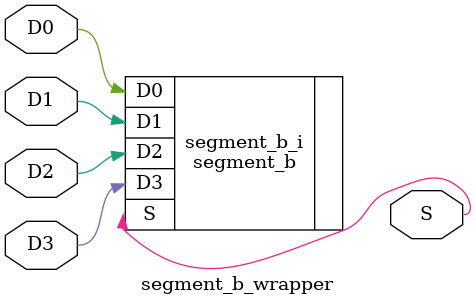
<source format=v>
`timescale 1 ps / 1 ps

module segment_b_wrapper
   (D0,
    D1,
    D2,
    D3,
    S);
  input D0;
  input D1;
  input D2;
  input D3;
  output S;

  wire D0;
  wire D1;
  wire D2;
  wire D3;
  wire S;

  segment_b segment_b_i
       (.D0(D0),
        .D1(D1),
        .D2(D2),
        .D3(D3),
        .S(S));
endmodule

</source>
